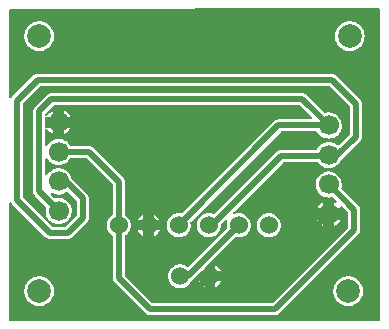
<source format=gbl>
G04 Layer: BottomLayer*
G04 EasyEDA v6.5.47, 2024-09-25 19:50:29*
G04 4115ed8de5bc4dae80ebc9d7783316fa,2802210eb98647e48a656566f44cf116,10*
G04 Gerber Generator version 0.2*
G04 Scale: 100 percent, Rotated: No, Reflected: No *
G04 Dimensions in millimeters *
G04 leading zeros omitted , absolute positions ,4 integer and 5 decimal *
%FSLAX45Y45*%
%MOMM*%

%ADD10C,0.5000*%
%ADD11C,1.7000*%
%ADD12C,1.5240*%
%ADD13C,2.0000*%

%LPD*%
G36*
X1445768Y1143508D02*
G01*
X1441856Y1144270D01*
X1438605Y1146505D01*
X1436370Y1149756D01*
X1435608Y1153668D01*
X1435608Y2141067D01*
X1436522Y2145284D01*
X1439113Y2148789D01*
X1442923Y2150821D01*
X1447241Y2151126D01*
X1451305Y2149602D01*
X1454353Y2146554D01*
X1456893Y2142490D01*
X1459585Y2138984D01*
X1462735Y2135530D01*
X1741830Y1856435D01*
X1745284Y1853285D01*
X1748789Y1850593D01*
X1752549Y1848205D01*
X1756511Y1846173D01*
X1760575Y1844446D01*
X1764842Y1843125D01*
X1769160Y1842160D01*
X1773580Y1841601D01*
X1778203Y1841398D01*
X1930196Y1841398D01*
X1934819Y1841601D01*
X1939239Y1842160D01*
X1943557Y1843125D01*
X1947824Y1844446D01*
X1951888Y1846173D01*
X1955850Y1848205D01*
X1959610Y1850593D01*
X1963115Y1853285D01*
X1966569Y1856435D01*
X2093264Y1983130D01*
X2096414Y1986584D01*
X2099106Y1990089D01*
X2101494Y1993849D01*
X2103526Y1997811D01*
X2105253Y2001875D01*
X2106574Y2006142D01*
X2107539Y2010460D01*
X2108098Y2014880D01*
X2108301Y2019503D01*
X2108301Y2184196D01*
X2108098Y2188819D01*
X2107539Y2193239D01*
X2106574Y2197557D01*
X2105253Y2201824D01*
X2103526Y2205888D01*
X2101494Y2209850D01*
X2099106Y2213610D01*
X2096414Y2217115D01*
X2093264Y2220569D01*
X1963877Y2349906D01*
X1962150Y2352192D01*
X1960524Y2357628D01*
X1955596Y2370988D01*
X1949043Y2383586D01*
X1940915Y2395220D01*
X1931365Y2405735D01*
X1920544Y2414981D01*
X1908606Y2422702D01*
X1895805Y2428900D01*
X1882343Y2433370D01*
X1868373Y2436063D01*
X1854200Y2436977D01*
X1840026Y2436063D01*
X1826056Y2433370D01*
X1812594Y2428900D01*
X1799793Y2422702D01*
X1787855Y2414981D01*
X1777034Y2405735D01*
X1767484Y2395220D01*
X1759153Y2383180D01*
X1756308Y2379776D01*
X1752193Y2377948D01*
X1747774Y2378049D01*
X1743760Y2380030D01*
X1740966Y2383536D01*
X1740001Y2387904D01*
X1740001Y2514650D01*
X1740966Y2518918D01*
X1743557Y2522372D01*
X1747418Y2524455D01*
X1751787Y2524658D01*
X1755851Y2523083D01*
X1758848Y2519934D01*
X1763268Y2512669D01*
X1772107Y2501544D01*
X1782318Y2491689D01*
X1793697Y2483154D01*
X1806092Y2476195D01*
X1819249Y2470861D01*
X1833016Y2467254D01*
X1847088Y2465425D01*
X1861312Y2465425D01*
X1875383Y2467254D01*
X1889150Y2470861D01*
X1902307Y2476195D01*
X1914702Y2483154D01*
X1926082Y2491689D01*
X1936292Y2501544D01*
X1945132Y2512669D01*
X1949754Y2520289D01*
X1952040Y2522880D01*
X1955038Y2524607D01*
X1958441Y2525166D01*
X2084933Y2525166D01*
X2088794Y2524404D01*
X2092096Y2522220D01*
X2308301Y2305964D01*
X2310536Y2302713D01*
X2311298Y2298801D01*
X2311298Y2049932D01*
X2310790Y2046833D01*
X2309368Y2043988D01*
X2307183Y2041753D01*
X2296312Y2033778D01*
X2286508Y2024278D01*
X2278024Y2013559D01*
X2271064Y2001824D01*
X2265781Y1989277D01*
X2262174Y1976120D01*
X2260346Y1962607D01*
X2260346Y1948992D01*
X2262174Y1935480D01*
X2265781Y1922322D01*
X2271064Y1909775D01*
X2278024Y1898040D01*
X2286508Y1887321D01*
X2296312Y1877822D01*
X2307183Y1869846D01*
X2309368Y1867611D01*
X2310790Y1864766D01*
X2311298Y1861667D01*
X2311298Y1511503D01*
X2311501Y1506880D01*
X2312060Y1502460D01*
X2313025Y1498142D01*
X2314346Y1493875D01*
X2316073Y1489811D01*
X2318105Y1485849D01*
X2320493Y1482090D01*
X2323185Y1478584D01*
X2326335Y1475130D01*
X2592730Y1208735D01*
X2596184Y1205585D01*
X2599690Y1202893D01*
X2603449Y1200505D01*
X2607411Y1198473D01*
X2611475Y1196746D01*
X2615742Y1195425D01*
X2620060Y1194460D01*
X2624480Y1193901D01*
X2629103Y1193698D01*
X3682796Y1193698D01*
X3687419Y1193901D01*
X3691839Y1194460D01*
X3696157Y1195425D01*
X3700424Y1196746D01*
X3704488Y1198473D01*
X3708450Y1200505D01*
X3712210Y1202893D01*
X3715715Y1205585D01*
X3719169Y1208735D01*
X4391964Y1881530D01*
X4395114Y1884984D01*
X4397806Y1888489D01*
X4400194Y1892249D01*
X4402226Y1896211D01*
X4403953Y1900275D01*
X4405274Y1904542D01*
X4406239Y1908860D01*
X4406798Y1913280D01*
X4407001Y1917903D01*
X4407001Y2084628D01*
X4406798Y2089251D01*
X4406239Y2093671D01*
X4405274Y2097989D01*
X4403953Y2102256D01*
X4402226Y2106320D01*
X4400194Y2110282D01*
X4397806Y2114042D01*
X4395114Y2117547D01*
X4391964Y2121001D01*
X4249978Y2262936D01*
X4247997Y2265730D01*
X4247032Y2268982D01*
X4247235Y2272385D01*
X4249674Y2283002D01*
X4251045Y2297125D01*
X4250588Y2311349D01*
X4248302Y2325370D01*
X4244238Y2338984D01*
X4238498Y2351989D01*
X4231132Y2364130D01*
X4222292Y2375255D01*
X4212082Y2385110D01*
X4200702Y2393645D01*
X4188307Y2400604D01*
X4175150Y2405938D01*
X4161383Y2409545D01*
X4147312Y2411374D01*
X4133087Y2411374D01*
X4119016Y2409545D01*
X4105249Y2405938D01*
X4092092Y2400604D01*
X4079697Y2393645D01*
X4068318Y2385110D01*
X4058107Y2375255D01*
X4049268Y2364130D01*
X4041901Y2351989D01*
X4036161Y2338984D01*
X4032097Y2325370D01*
X4029811Y2311349D01*
X4029354Y2297125D01*
X4030726Y2283002D01*
X4033875Y2269134D01*
X4038803Y2255824D01*
X4045356Y2243226D01*
X4053484Y2231542D01*
X4063034Y2221026D01*
X4073855Y2211832D01*
X4085793Y2204059D01*
X4098594Y2197912D01*
X4112056Y2193442D01*
X4126026Y2190699D01*
X4140200Y2189835D01*
X4154373Y2190699D01*
X4169003Y2193594D01*
X4172305Y2193696D01*
X4175455Y2192731D01*
X4178147Y2190800D01*
X4204614Y2164283D01*
X4206900Y2160828D01*
X4207611Y2156764D01*
X4206646Y2152751D01*
X4204106Y2149449D01*
X4200499Y2147417D01*
X4196384Y2147011D01*
X4192473Y2148281D01*
X4189069Y2150211D01*
X4189069Y2099564D01*
X4239615Y2099564D01*
X4236974Y2106218D01*
X4237278Y2110384D01*
X4239260Y2114092D01*
X4242511Y2116632D01*
X4246575Y2117699D01*
X4250690Y2116988D01*
X4254195Y2114702D01*
X4302201Y2066696D01*
X4304436Y2063445D01*
X4305198Y2059533D01*
X4305198Y1942998D01*
X4304436Y1939086D01*
X4302201Y1935835D01*
X3664864Y1298498D01*
X3661613Y1296263D01*
X3657701Y1295501D01*
X2654198Y1295501D01*
X2650286Y1296263D01*
X2647035Y1298498D01*
X2416098Y1529435D01*
X2413863Y1532686D01*
X2413101Y1536598D01*
X2413101Y1861870D01*
X2413660Y1865223D01*
X2415286Y1868170D01*
X2417826Y1870456D01*
X2422753Y1873605D01*
X2433167Y1882393D01*
X2442311Y1892554D01*
X2450033Y1903780D01*
X2456180Y1915922D01*
X2460650Y1928825D01*
X2463393Y1942185D01*
X2464308Y1955800D01*
X2463393Y1969414D01*
X2460650Y1982774D01*
X2456180Y1995678D01*
X2450033Y2007819D01*
X2442311Y2019046D01*
X2433167Y2029206D01*
X2422753Y2037994D01*
X2417826Y2041143D01*
X2415286Y2043430D01*
X2413660Y2046376D01*
X2413101Y2049729D01*
X2413101Y2323896D01*
X2412898Y2328519D01*
X2412339Y2332939D01*
X2411374Y2337257D01*
X2410053Y2341524D01*
X2408326Y2345588D01*
X2406294Y2349550D01*
X2403906Y2353310D01*
X2401214Y2356815D01*
X2398064Y2360269D01*
X2146350Y2611932D01*
X2142947Y2615082D01*
X2139391Y2617774D01*
X2135632Y2620162D01*
X2131720Y2622245D01*
X2127605Y2623921D01*
X2123389Y2625242D01*
X2119020Y2626207D01*
X2114651Y2626817D01*
X2109978Y2627020D01*
X1958593Y2627020D01*
X1954987Y2627680D01*
X1951888Y2629560D01*
X1940915Y2645257D01*
X1931365Y2655773D01*
X1920544Y2664968D01*
X1908606Y2672740D01*
X1895805Y2678887D01*
X1882343Y2683357D01*
X1868373Y2686100D01*
X1854200Y2686964D01*
X1840026Y2686100D01*
X1826056Y2683357D01*
X1812594Y2678887D01*
X1799793Y2672740D01*
X1787855Y2664968D01*
X1777034Y2655773D01*
X1767484Y2645257D01*
X1759153Y2633218D01*
X1756308Y2629814D01*
X1752193Y2627934D01*
X1747774Y2628036D01*
X1743760Y2630017D01*
X1740966Y2633522D01*
X1740001Y2637891D01*
X1740001Y2764637D01*
X1740966Y2768904D01*
X1743557Y2772359D01*
X1747418Y2774442D01*
X1751787Y2774696D01*
X1755851Y2773070D01*
X1758848Y2769920D01*
X1763268Y2762656D01*
X1772107Y2751531D01*
X1782318Y2741676D01*
X1793697Y2733192D01*
X1805330Y2726588D01*
X1805330Y2777236D01*
X1750161Y2777236D01*
X1746300Y2778048D01*
X1742998Y2780233D01*
X1740763Y2783535D01*
X1740001Y2787396D01*
X1740001Y2864815D01*
X1740763Y2868676D01*
X1742998Y2871978D01*
X1746300Y2874162D01*
X1750161Y2874975D01*
X1805330Y2874975D01*
X1805330Y2925419D01*
X1799793Y2922727D01*
X1787855Y2914954D01*
X1777034Y2905760D01*
X1767484Y2895244D01*
X1759153Y2883204D01*
X1756308Y2879801D01*
X1752193Y2877972D01*
X1747774Y2878023D01*
X1743760Y2880004D01*
X1740966Y2883560D01*
X1740001Y2887878D01*
X1740001Y2895701D01*
X1740763Y2899613D01*
X1742998Y2902864D01*
X1808835Y2968701D01*
X1812086Y2970936D01*
X1815998Y2971698D01*
X3892905Y2971698D01*
X3896817Y2970936D01*
X3900068Y2968701D01*
X3999839Y2868980D01*
X4002074Y2865678D01*
X4002836Y2861767D01*
X4002074Y2857906D01*
X3999839Y2854604D01*
X3996537Y2852369D01*
X3992676Y2851607D01*
X3715308Y2851607D01*
X3710686Y2851404D01*
X3706266Y2850845D01*
X3701948Y2849880D01*
X3697681Y2848559D01*
X3693617Y2846832D01*
X3689654Y2844800D01*
X3685895Y2842412D01*
X3682390Y2839720D01*
X3678936Y2836570D01*
X2900680Y2058263D01*
X2898089Y2056384D01*
X2895041Y2055418D01*
X2891840Y2055469D01*
X2880410Y2057349D01*
X2866796Y2057806D01*
X2853232Y2056485D01*
X2839974Y2053285D01*
X2827223Y2048408D01*
X2815285Y2041855D01*
X2804312Y2033778D01*
X2794508Y2024278D01*
X2786024Y2013559D01*
X2779064Y2001824D01*
X2773781Y1989277D01*
X2770174Y1976120D01*
X2768346Y1962607D01*
X2768346Y1948992D01*
X2770174Y1935480D01*
X2773781Y1922322D01*
X2779064Y1909775D01*
X2786024Y1898040D01*
X2794508Y1887321D01*
X2804312Y1877822D01*
X2815285Y1869744D01*
X2827223Y1863191D01*
X2839974Y1858314D01*
X2853232Y1855114D01*
X2866796Y1853793D01*
X2880410Y1854250D01*
X2893872Y1856486D01*
X2906877Y1860550D01*
X2919272Y1866290D01*
X2930753Y1873605D01*
X2941167Y1882393D01*
X2950311Y1892554D01*
X2958033Y1903780D01*
X2964180Y1915922D01*
X2968650Y1928825D01*
X2971393Y1942185D01*
X2972308Y1955800D01*
X2971393Y1969414D01*
X2969818Y1976983D01*
X2969717Y1980336D01*
X2970682Y1983486D01*
X2972612Y1986229D01*
X3733241Y2746806D01*
X3736492Y2749042D01*
X3740404Y2749804D01*
X4035806Y2749804D01*
X4039412Y2749143D01*
X4042511Y2747213D01*
X4053484Y2731566D01*
X4063034Y2721051D01*
X4073855Y2711856D01*
X4085793Y2704084D01*
X4098594Y2697937D01*
X4112056Y2693416D01*
X4126026Y2690723D01*
X4140200Y2689809D01*
X4154373Y2690723D01*
X4168343Y2693416D01*
X4181805Y2697937D01*
X4194606Y2704084D01*
X4206544Y2711856D01*
X4217365Y2721051D01*
X4226915Y2731566D01*
X4235043Y2743200D01*
X4241596Y2755798D01*
X4246524Y2769158D01*
X4249674Y2783027D01*
X4251045Y2797149D01*
X4250588Y2811322D01*
X4248302Y2825394D01*
X4244238Y2839008D01*
X4238498Y2852013D01*
X4231132Y2864154D01*
X4222292Y2875229D01*
X4212082Y2885135D01*
X4200702Y2893618D01*
X4188307Y2900629D01*
X4175150Y2905963D01*
X4161383Y2909519D01*
X4147312Y2911348D01*
X4133087Y2911348D01*
X4119016Y2909519D01*
X4112158Y2907741D01*
X4108653Y2907436D01*
X4105300Y2908401D01*
X4102404Y2910382D01*
X3954373Y3058464D01*
X3950919Y3061614D01*
X3947414Y3064306D01*
X3943654Y3066694D01*
X3939692Y3068726D01*
X3935628Y3070453D01*
X3931361Y3071774D01*
X3927043Y3072739D01*
X3922623Y3073298D01*
X3918000Y3073501D01*
X1790903Y3073501D01*
X1786280Y3073298D01*
X1781860Y3072739D01*
X1777542Y3071774D01*
X1773275Y3070453D01*
X1769211Y3068726D01*
X1765249Y3066694D01*
X1761489Y3064306D01*
X1757984Y3061614D01*
X1754530Y3058464D01*
X1653235Y2957169D01*
X1650085Y2953715D01*
X1647393Y2950210D01*
X1645005Y2946450D01*
X1642973Y2942488D01*
X1641246Y2938424D01*
X1639925Y2934157D01*
X1638960Y2929839D01*
X1638401Y2925419D01*
X1638198Y2920796D01*
X1638198Y2241499D01*
X1638401Y2236876D01*
X1638960Y2232456D01*
X1639925Y2228138D01*
X1641246Y2223871D01*
X1642973Y2219807D01*
X1645005Y2215845D01*
X1647393Y2212086D01*
X1650085Y2208580D01*
X1653235Y2205126D01*
X1744472Y2113940D01*
X1746402Y2111146D01*
X1747367Y2107895D01*
X1747164Y2104491D01*
X1744725Y2093772D01*
X1743354Y2079650D01*
X1743811Y2065426D01*
X1746097Y2051405D01*
X1750161Y2037791D01*
X1755902Y2024786D01*
X1763268Y2012645D01*
X1772107Y2001570D01*
X1782318Y1991664D01*
X1793697Y1983181D01*
X1806092Y1976170D01*
X1819249Y1970836D01*
X1833016Y1967280D01*
X1847088Y1965452D01*
X1861312Y1965452D01*
X1875383Y1967280D01*
X1889150Y1970836D01*
X1902307Y1976170D01*
X1914702Y1983181D01*
X1926082Y1991664D01*
X1936292Y2001570D01*
X1945132Y2012645D01*
X1952498Y2024786D01*
X1958238Y2037791D01*
X1962302Y2051405D01*
X1964588Y2065426D01*
X1965045Y2079650D01*
X1963674Y2093772D01*
X1960524Y2107641D01*
X1955596Y2121001D01*
X1949043Y2133600D01*
X1940915Y2145233D01*
X1931365Y2155748D01*
X1920544Y2164943D01*
X1908606Y2172716D01*
X1895805Y2178862D01*
X1882343Y2183384D01*
X1868373Y2186076D01*
X1854200Y2186990D01*
X1840026Y2186076D01*
X1825498Y2183231D01*
X1822196Y2183130D01*
X1819046Y2184095D01*
X1816354Y2186025D01*
X1790039Y2212340D01*
X1787804Y2215794D01*
X1787093Y2219858D01*
X1788058Y2223871D01*
X1790547Y2227173D01*
X1794154Y2229205D01*
X1798269Y2229612D01*
X1802231Y2228392D01*
X1806092Y2226208D01*
X1819249Y2220874D01*
X1833016Y2217267D01*
X1847088Y2215438D01*
X1861312Y2215438D01*
X1875383Y2217267D01*
X1889150Y2220874D01*
X1902307Y2226208D01*
X1914702Y2233168D01*
X1920189Y2237282D01*
X1923440Y2238908D01*
X1927047Y2239264D01*
X1930501Y2238400D01*
X1933498Y2236317D01*
X2003501Y2166264D01*
X2005736Y2163013D01*
X2006498Y2159101D01*
X2006498Y2044598D01*
X2005736Y2040686D01*
X2003501Y2037435D01*
X1912264Y1946198D01*
X1909013Y1943963D01*
X1905101Y1943201D01*
X1803298Y1943201D01*
X1799386Y1943963D01*
X1796135Y1946198D01*
X1552498Y2189835D01*
X1550263Y2193086D01*
X1549501Y2196998D01*
X1549501Y2984601D01*
X1550263Y2988513D01*
X1552498Y2991764D01*
X1694535Y3133801D01*
X1697786Y3136036D01*
X1701698Y3136798D01*
X4140301Y3136798D01*
X4144213Y3136036D01*
X4147464Y3133801D01*
X4314901Y2966364D01*
X4317136Y2963113D01*
X4317898Y2959201D01*
X4317898Y2730398D01*
X4317136Y2726486D01*
X4314901Y2723235D01*
X4226661Y2634945D01*
X4223410Y2632760D01*
X4219549Y2631948D01*
X4215688Y2632710D01*
X4212082Y2635148D01*
X4200702Y2643632D01*
X4188307Y2650591D01*
X4175150Y2655925D01*
X4161383Y2659532D01*
X4147312Y2661361D01*
X4133087Y2661361D01*
X4119016Y2659532D01*
X4105249Y2655925D01*
X4092092Y2650591D01*
X4079697Y2643632D01*
X4068318Y2635148D01*
X4058107Y2625242D01*
X4049268Y2614117D01*
X4041901Y2601976D01*
X4039666Y2596946D01*
X4037431Y2593746D01*
X4034180Y2591663D01*
X4030370Y2590901D01*
X3734003Y2590901D01*
X3729380Y2590698D01*
X3724960Y2590139D01*
X3720642Y2589174D01*
X3716375Y2587853D01*
X3712311Y2586126D01*
X3708349Y2584094D01*
X3704590Y2581706D01*
X3701084Y2579014D01*
X3697630Y2575864D01*
X3174085Y2052269D01*
X3170682Y2050034D01*
X3166618Y2049322D01*
X3162655Y2050237D01*
X3160877Y2051050D01*
X3147872Y2055114D01*
X3134410Y2057349D01*
X3120796Y2057806D01*
X3107232Y2056485D01*
X3093974Y2053285D01*
X3081223Y2048408D01*
X3069285Y2041855D01*
X3058312Y2033778D01*
X3048508Y2024278D01*
X3040024Y2013559D01*
X3033064Y2001824D01*
X3027781Y1989277D01*
X3024174Y1976120D01*
X3022346Y1962607D01*
X3022346Y1948992D01*
X3024174Y1935480D01*
X3027781Y1922322D01*
X3033064Y1909775D01*
X3040024Y1898040D01*
X3048508Y1887321D01*
X3058312Y1877822D01*
X3069285Y1869744D01*
X3081223Y1863191D01*
X3093974Y1858314D01*
X3107232Y1855114D01*
X3120796Y1853793D01*
X3134410Y1854250D01*
X3147872Y1856486D01*
X3160877Y1860550D01*
X3173272Y1866290D01*
X3184753Y1873605D01*
X3195167Y1882393D01*
X3204311Y1892554D01*
X3212033Y1903780D01*
X3218180Y1915922D01*
X3222650Y1928825D01*
X3225393Y1942185D01*
X3226308Y1956917D01*
X3227171Y1960473D01*
X3229254Y1963470D01*
X3264712Y1998929D01*
X3268421Y2001266D01*
X3272790Y2001875D01*
X3277006Y2000504D01*
X3280257Y1997557D01*
X3281934Y1993442D01*
X3281679Y1989074D01*
X3278174Y1976120D01*
X3276346Y1962607D01*
X3276346Y1948992D01*
X3278276Y1935124D01*
X3278581Y1931568D01*
X3277666Y1928164D01*
X3275634Y1925218D01*
X2957068Y1606702D01*
X2954223Y1604670D01*
X2950819Y1603756D01*
X2947365Y1604060D01*
X2944164Y1605483D01*
X2934919Y1611833D01*
X2922778Y1617980D01*
X2909874Y1622450D01*
X2896514Y1625193D01*
X2882900Y1626107D01*
X2869285Y1625193D01*
X2855925Y1622450D01*
X2843022Y1617980D01*
X2830880Y1611833D01*
X2819654Y1604111D01*
X2809494Y1594967D01*
X2800705Y1584553D01*
X2793390Y1573072D01*
X2787650Y1560677D01*
X2783586Y1547672D01*
X2781350Y1534210D01*
X2780893Y1520596D01*
X2782214Y1507032D01*
X2785414Y1493774D01*
X2790291Y1481023D01*
X2796844Y1469085D01*
X2804922Y1458112D01*
X2814421Y1448308D01*
X2825140Y1439824D01*
X2836875Y1432864D01*
X2849422Y1427581D01*
X2862580Y1423974D01*
X2876092Y1422146D01*
X2889707Y1422146D01*
X2903220Y1423974D01*
X2916377Y1427581D01*
X2928924Y1432864D01*
X2940659Y1439824D01*
X2951378Y1448308D01*
X2960878Y1458112D01*
X2968955Y1469085D01*
X2975660Y1481378D01*
X2977896Y1484122D01*
X2982671Y1488236D01*
X3059887Y1565452D01*
X3063189Y1567688D01*
X3067050Y1568450D01*
X3092450Y1568450D01*
X3092450Y1593850D01*
X3093212Y1597710D01*
X3095447Y1601012D01*
X3347770Y1853387D01*
X3350564Y1855368D01*
X3353866Y1856282D01*
X3357321Y1856079D01*
X3361232Y1855114D01*
X3374796Y1853793D01*
X3388410Y1854250D01*
X3401872Y1856486D01*
X3414877Y1860550D01*
X3427272Y1866290D01*
X3438753Y1873605D01*
X3449167Y1882393D01*
X3458311Y1892554D01*
X3466033Y1903780D01*
X3472179Y1915922D01*
X3476650Y1928825D01*
X3479393Y1942185D01*
X3480308Y1955800D01*
X3479393Y1969414D01*
X3476650Y1982774D01*
X3472179Y1995678D01*
X3466033Y2007819D01*
X3458311Y2019046D01*
X3449167Y2029206D01*
X3438753Y2037994D01*
X3427272Y2045309D01*
X3414877Y2051050D01*
X3401872Y2055114D01*
X3388410Y2057349D01*
X3374796Y2057806D01*
X3361232Y2056485D01*
X3347974Y2053285D01*
X3345738Y2052472D01*
X3341878Y2051761D01*
X3338017Y2052624D01*
X3334816Y2054860D01*
X3332683Y2058162D01*
X3331921Y2062022D01*
X3332734Y2065832D01*
X3334918Y2069134D01*
X3751935Y2486101D01*
X3755186Y2488336D01*
X3759098Y2489098D01*
X4042968Y2489098D01*
X4046169Y2488590D01*
X4049014Y2487066D01*
X4051300Y2484729D01*
X4053484Y2481580D01*
X4063034Y2471064D01*
X4073855Y2461818D01*
X4085793Y2454097D01*
X4098594Y2447899D01*
X4112056Y2443429D01*
X4126026Y2440736D01*
X4140200Y2439822D01*
X4154373Y2440736D01*
X4168343Y2443429D01*
X4181805Y2447899D01*
X4194606Y2454097D01*
X4206544Y2461818D01*
X4217365Y2471064D01*
X4226915Y2481580D01*
X4235043Y2493213D01*
X4241901Y2506370D01*
X4244238Y2509367D01*
X4250588Y2514904D01*
X4404664Y2668930D01*
X4407814Y2672384D01*
X4410506Y2675890D01*
X4412894Y2679649D01*
X4414926Y2683611D01*
X4416653Y2687675D01*
X4417974Y2691942D01*
X4418939Y2696260D01*
X4419498Y2700680D01*
X4419701Y2705303D01*
X4419701Y2984296D01*
X4419498Y2988919D01*
X4418939Y2993339D01*
X4417974Y2997657D01*
X4416653Y3001924D01*
X4414926Y3005988D01*
X4412894Y3009950D01*
X4410506Y3013710D01*
X4407814Y3017215D01*
X4404664Y3020669D01*
X4201769Y3223564D01*
X4198315Y3226714D01*
X4194810Y3229406D01*
X4191050Y3231794D01*
X4187088Y3233826D01*
X4183024Y3235553D01*
X4178757Y3236874D01*
X4174439Y3237839D01*
X4170019Y3238398D01*
X4165396Y3238601D01*
X1676603Y3238601D01*
X1671980Y3238398D01*
X1667560Y3237839D01*
X1663242Y3236874D01*
X1658975Y3235553D01*
X1654911Y3233826D01*
X1650949Y3231794D01*
X1647189Y3229406D01*
X1643684Y3226714D01*
X1640230Y3223564D01*
X1462735Y3046069D01*
X1459585Y3042615D01*
X1456893Y3039110D01*
X1454353Y3035046D01*
X1451305Y3031998D01*
X1447241Y3030474D01*
X1442923Y3030778D01*
X1439113Y3032810D01*
X1436522Y3036316D01*
X1435608Y3040532D01*
X1435608Y3774084D01*
X1436370Y3777945D01*
X1438554Y3781247D01*
X1441856Y3783431D01*
X1445717Y3784244D01*
X4561281Y3796639D01*
X4565192Y3795877D01*
X4568494Y3793693D01*
X4570730Y3790391D01*
X4571492Y3786479D01*
X4571492Y1153668D01*
X4570730Y1149756D01*
X4568494Y1146505D01*
X4565243Y1144270D01*
X4561332Y1143508D01*
G37*

%LPC*%
G36*
X4305300Y1271117D02*
G01*
X4320489Y1272032D01*
X4335424Y1274775D01*
X4349953Y1279296D01*
X4363821Y1285544D01*
X4376826Y1293418D01*
X4388764Y1302766D01*
X4399534Y1313535D01*
X4408881Y1325473D01*
X4416755Y1338478D01*
X4423003Y1352346D01*
X4427524Y1366875D01*
X4430268Y1381810D01*
X4431182Y1397000D01*
X4430268Y1412189D01*
X4427524Y1427124D01*
X4423003Y1441653D01*
X4416755Y1455521D01*
X4408881Y1468526D01*
X4399534Y1480464D01*
X4388764Y1491234D01*
X4376826Y1500581D01*
X4363821Y1508455D01*
X4349953Y1514703D01*
X4335424Y1519224D01*
X4320489Y1521968D01*
X4305300Y1522882D01*
X4290110Y1521968D01*
X4275175Y1519224D01*
X4260646Y1514703D01*
X4246778Y1508455D01*
X4233773Y1500581D01*
X4221835Y1491234D01*
X4211066Y1480464D01*
X4201718Y1468526D01*
X4193844Y1455521D01*
X4187596Y1441653D01*
X4183075Y1427124D01*
X4180332Y1412189D01*
X4179417Y1397000D01*
X4180332Y1381810D01*
X4183075Y1366875D01*
X4187596Y1352346D01*
X4193844Y1338478D01*
X4201718Y1325473D01*
X4211066Y1313535D01*
X4221835Y1302766D01*
X4233773Y1293418D01*
X4246778Y1285544D01*
X4260646Y1279296D01*
X4275175Y1274775D01*
X4290110Y1272032D01*
G37*
G36*
X1689100Y1271117D02*
G01*
X1704289Y1272032D01*
X1719224Y1274775D01*
X1733753Y1279296D01*
X1747621Y1285544D01*
X1760626Y1293418D01*
X1772564Y1302766D01*
X1783334Y1313535D01*
X1792681Y1325473D01*
X1800555Y1338478D01*
X1806803Y1352346D01*
X1811324Y1366875D01*
X1814068Y1381810D01*
X1814982Y1397000D01*
X1814068Y1412189D01*
X1811324Y1427124D01*
X1806803Y1441653D01*
X1800555Y1455521D01*
X1792681Y1468526D01*
X1783334Y1480464D01*
X1772564Y1491234D01*
X1760626Y1500581D01*
X1747621Y1508455D01*
X1733753Y1514703D01*
X1719224Y1519224D01*
X1704289Y1521968D01*
X1689100Y1522882D01*
X1673910Y1521968D01*
X1658975Y1519224D01*
X1644446Y1514703D01*
X1630578Y1508455D01*
X1617573Y1500581D01*
X1605635Y1491234D01*
X1594866Y1480464D01*
X1585518Y1468526D01*
X1577644Y1455521D01*
X1571396Y1441653D01*
X1566875Y1427124D01*
X1564132Y1412189D01*
X1563217Y1397000D01*
X1564132Y1381810D01*
X1566875Y1366875D01*
X1571396Y1352346D01*
X1577644Y1338478D01*
X1585518Y1325473D01*
X1594866Y1313535D01*
X1605635Y1302766D01*
X1617573Y1293418D01*
X1630578Y1285544D01*
X1644446Y1279296D01*
X1658975Y1274775D01*
X1673910Y1272032D01*
G37*
G36*
X3181350Y1432204D02*
G01*
X3182924Y1432864D01*
X3194659Y1439824D01*
X3205378Y1448308D01*
X3214878Y1458112D01*
X3222955Y1469085D01*
X3228695Y1479550D01*
X3181350Y1479550D01*
G37*
G36*
X3092450Y1432204D02*
G01*
X3092450Y1479550D01*
X3045104Y1479550D01*
X3050844Y1469085D01*
X3058922Y1458112D01*
X3068421Y1448308D01*
X3079140Y1439824D01*
X3090875Y1432864D01*
G37*
G36*
X3181350Y1568450D02*
G01*
X3228543Y1568450D01*
X3226409Y1573072D01*
X3219094Y1584553D01*
X3210306Y1594967D01*
X3200146Y1604111D01*
X3188919Y1611833D01*
X3181350Y1615643D01*
G37*
G36*
X3628796Y1853793D02*
G01*
X3642410Y1854250D01*
X3655872Y1856486D01*
X3668877Y1860550D01*
X3681272Y1866290D01*
X3692753Y1873605D01*
X3703167Y1882393D01*
X3712311Y1892554D01*
X3720033Y1903780D01*
X3726179Y1915922D01*
X3730650Y1928825D01*
X3733393Y1942185D01*
X3734308Y1955800D01*
X3733393Y1969414D01*
X3730650Y1982774D01*
X3726179Y1995678D01*
X3720033Y2007819D01*
X3712311Y2019046D01*
X3703167Y2029206D01*
X3692753Y2037994D01*
X3681272Y2045309D01*
X3668877Y2051050D01*
X3655872Y2055114D01*
X3642410Y2057349D01*
X3628796Y2057806D01*
X3615232Y2056485D01*
X3601974Y2053285D01*
X3589223Y2048408D01*
X3577285Y2041855D01*
X3566312Y2033778D01*
X3556508Y2024278D01*
X3548024Y2013559D01*
X3541064Y2001824D01*
X3535781Y1989277D01*
X3532174Y1976120D01*
X3530346Y1962607D01*
X3530346Y1948992D01*
X3532174Y1935480D01*
X3535781Y1922322D01*
X3541064Y1909775D01*
X3548024Y1898040D01*
X3556508Y1887321D01*
X3566312Y1877822D01*
X3577285Y1869744D01*
X3589223Y1863191D01*
X3601974Y1858314D01*
X3615232Y1855114D01*
G37*
G36*
X2571750Y1864004D02*
G01*
X2571750Y1911350D01*
X2524404Y1911350D01*
X2525064Y1909775D01*
X2532024Y1898040D01*
X2540508Y1887321D01*
X2550312Y1877822D01*
X2561285Y1869744D01*
G37*
G36*
X2660650Y1864156D02*
G01*
X2665272Y1866290D01*
X2676753Y1873605D01*
X2687167Y1882393D01*
X2696311Y1892554D01*
X2704033Y1903780D01*
X2707843Y1911350D01*
X2660650Y1911350D01*
G37*
G36*
X4091330Y1951380D02*
G01*
X4091330Y2001824D01*
X4040886Y2001824D01*
X4045356Y1993239D01*
X4053484Y1981555D01*
X4063034Y1971039D01*
X4073855Y1961845D01*
X4085793Y1954072D01*
G37*
G36*
X4189069Y1951380D02*
G01*
X4194606Y1954072D01*
X4206544Y1961845D01*
X4217365Y1971039D01*
X4226915Y1981555D01*
X4235043Y1993239D01*
X4239514Y2001824D01*
X4189069Y2001824D01*
G37*
G36*
X2660650Y2000250D02*
G01*
X2707843Y2000250D01*
X2704033Y2007819D01*
X2696311Y2019046D01*
X2687167Y2029206D01*
X2676753Y2037994D01*
X2665272Y2045309D01*
X2660650Y2047443D01*
G37*
G36*
X2524404Y2000250D02*
G01*
X2571750Y2000250D01*
X2571750Y2047595D01*
X2561285Y2041855D01*
X2550312Y2033778D01*
X2540508Y2024278D01*
X2532024Y2013559D01*
X2525064Y2001824D01*
G37*
G36*
X4040784Y2099564D02*
G01*
X4091330Y2099564D01*
X4091330Y2150211D01*
X4079697Y2143607D01*
X4068318Y2135124D01*
X4058107Y2125268D01*
X4049268Y2114143D01*
X4041901Y2102002D01*
G37*
G36*
X1903069Y2726588D02*
G01*
X1914702Y2733192D01*
X1926082Y2741676D01*
X1936292Y2751531D01*
X1945132Y2762656D01*
X1952498Y2774797D01*
X1953615Y2777236D01*
X1903069Y2777236D01*
G37*
G36*
X1903069Y2874975D02*
G01*
X1953514Y2874975D01*
X1949043Y2883560D01*
X1940915Y2895244D01*
X1931365Y2905760D01*
X1920544Y2914954D01*
X1908606Y2922727D01*
X1903069Y2925419D01*
G37*
G36*
X1689100Y3430117D02*
G01*
X1704289Y3431032D01*
X1719224Y3433775D01*
X1733753Y3438296D01*
X1747621Y3444544D01*
X1760626Y3452418D01*
X1772564Y3461765D01*
X1783334Y3472535D01*
X1792681Y3484473D01*
X1800555Y3497478D01*
X1806803Y3511346D01*
X1811324Y3525875D01*
X1814068Y3540810D01*
X1814982Y3556000D01*
X1814068Y3571189D01*
X1811324Y3586124D01*
X1806803Y3600653D01*
X1800555Y3614521D01*
X1792681Y3627526D01*
X1783334Y3639464D01*
X1772564Y3650234D01*
X1760626Y3659581D01*
X1747621Y3667455D01*
X1733753Y3673703D01*
X1719224Y3678224D01*
X1704289Y3680968D01*
X1689100Y3681882D01*
X1673910Y3680968D01*
X1658975Y3678224D01*
X1644446Y3673703D01*
X1630578Y3667455D01*
X1617573Y3659581D01*
X1605635Y3650234D01*
X1594866Y3639464D01*
X1585518Y3627526D01*
X1577644Y3614521D01*
X1571396Y3600653D01*
X1566875Y3586124D01*
X1564132Y3571189D01*
X1563217Y3556000D01*
X1564132Y3540810D01*
X1566875Y3525875D01*
X1571396Y3511346D01*
X1577644Y3497478D01*
X1585518Y3484473D01*
X1594866Y3472535D01*
X1605635Y3461765D01*
X1617573Y3452418D01*
X1630578Y3444544D01*
X1644446Y3438296D01*
X1658975Y3433775D01*
X1673910Y3431032D01*
G37*
G36*
X4318000Y3430117D02*
G01*
X4333189Y3431032D01*
X4348124Y3433775D01*
X4362653Y3438296D01*
X4376521Y3444544D01*
X4389526Y3452418D01*
X4401464Y3461765D01*
X4412234Y3472535D01*
X4421581Y3484473D01*
X4429455Y3497478D01*
X4435703Y3511346D01*
X4440224Y3525875D01*
X4442968Y3540810D01*
X4443882Y3556000D01*
X4442968Y3571189D01*
X4440224Y3586124D01*
X4435703Y3600653D01*
X4429455Y3614521D01*
X4421581Y3627526D01*
X4412234Y3639464D01*
X4401464Y3650234D01*
X4389526Y3659581D01*
X4376521Y3667455D01*
X4362653Y3673703D01*
X4348124Y3678224D01*
X4333189Y3680968D01*
X4318000Y3681882D01*
X4302810Y3680968D01*
X4287875Y3678224D01*
X4273346Y3673703D01*
X4259478Y3667455D01*
X4246473Y3659581D01*
X4234535Y3650234D01*
X4223766Y3639464D01*
X4214418Y3627526D01*
X4206544Y3614521D01*
X4200296Y3600653D01*
X4195775Y3586124D01*
X4193032Y3571189D01*
X4192117Y3556000D01*
X4193032Y3540810D01*
X4195775Y3525875D01*
X4200296Y3511346D01*
X4206544Y3497478D01*
X4214418Y3484473D01*
X4223766Y3472535D01*
X4234535Y3461765D01*
X4246473Y3452418D01*
X4259478Y3444544D01*
X4273346Y3438296D01*
X4287875Y3433775D01*
X4302810Y3431032D01*
G37*

%LPD*%
D10*
X1854200Y2326131D02*
G01*
X1915668Y2326131D01*
X2057400Y2184400D01*
X2057400Y2019300D01*
X1930400Y1892300D01*
X1778000Y1892300D01*
X1498600Y2171700D01*
X1498600Y3009900D01*
X1676400Y3187700D01*
X4165600Y3187700D01*
X4368800Y2984500D01*
X4368800Y2705100D01*
X4214368Y2550668D01*
X4140200Y2550668D01*
X1854200Y2076195D02*
G01*
X1689100Y2241295D01*
X1689100Y2921000D01*
X1790700Y3022600D01*
X2362200Y1955800D02*
G01*
X2362200Y1511300D01*
X2628900Y1244600D01*
X3683000Y1244600D01*
X4356100Y1917700D01*
X4356100Y2084831D01*
X4140200Y2300731D01*
X1790700Y3022600D02*
G01*
X3918204Y3022600D01*
X4140200Y2800604D01*
X1854200Y2576093D02*
G01*
X2110206Y2576093D01*
X2122909Y2563390D01*
X2122909Y2563390D02*
G01*
X2362200Y2324100D01*
X2362200Y1955800D01*
X2616200Y1955800D02*
G01*
X2616200Y1587500D01*
X2806700Y1397000D01*
X3009900Y1397000D01*
X3136900Y1524000D01*
X3136900Y1524000D02*
G01*
X3467100Y1524000D01*
X3721100Y1778000D01*
X3867490Y1778000D01*
X4140189Y2050699D01*
X3124200Y1955800D02*
G01*
X3149600Y1955800D01*
X3733800Y2540000D01*
X4129506Y2540000D01*
X4140200Y2550693D01*
X1854200Y2826105D02*
G01*
X2215799Y2826105D01*
X2228601Y2813304D01*
X2228601Y2813304D02*
G01*
X2616200Y2425705D01*
X2616200Y1955800D01*
X2882900Y1524000D02*
G01*
X2946400Y1524000D01*
X3378200Y1955800D01*
X2870200Y1955800D02*
G01*
X3715105Y2800705D01*
X4140200Y2800705D01*
D11*
G01*
X1854200Y2076094D03*
G01*
X1854200Y2326106D03*
G01*
X1854200Y2576093D03*
G01*
X1854200Y2826105D03*
G01*
X4140200Y2800705D03*
G01*
X4140200Y2550693D03*
G01*
X4140200Y2300706D03*
G01*
X4140200Y2050694D03*
D12*
G01*
X3632200Y1955800D03*
G01*
X3378200Y1955800D03*
G01*
X3124200Y1955800D03*
G01*
X2870200Y1955800D03*
G01*
X2616200Y1955800D03*
G01*
X2362200Y1955800D03*
G01*
X2882900Y1524000D03*
G01*
X3136900Y1524000D03*
D13*
G01*
X4318000Y3556000D03*
G01*
X1689100Y3556000D03*
G01*
X1689100Y1397000D03*
G01*
X4305300Y1397000D03*
M02*

</source>
